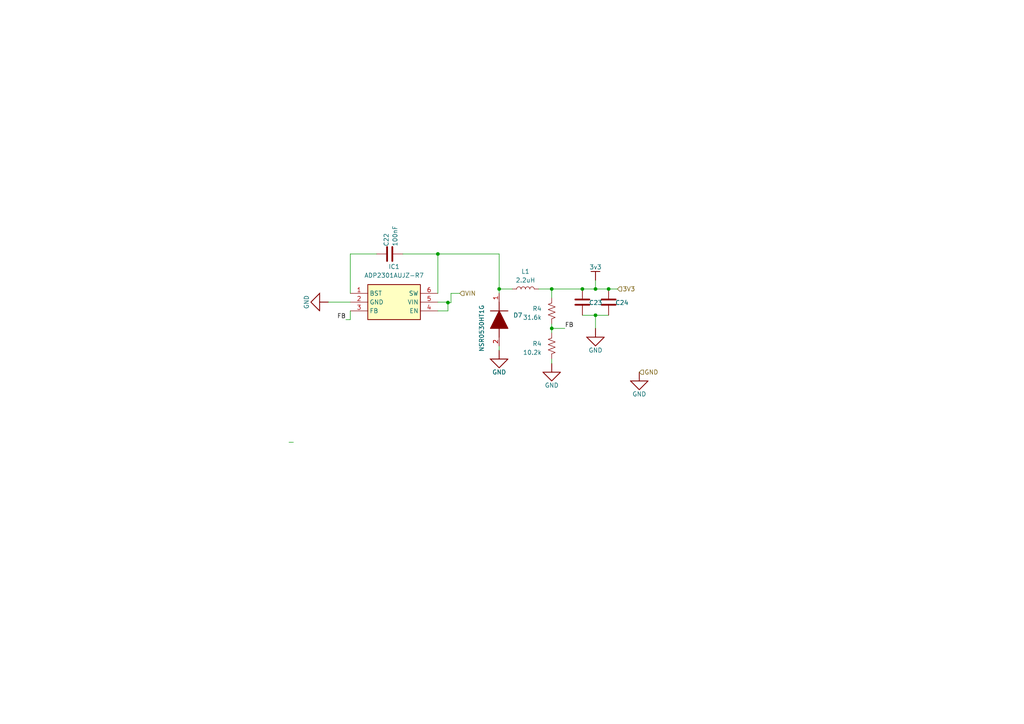
<source format=kicad_sch>
(kicad_sch (version 20230121) (generator eeschema)
  (paper "A4")
  (lib_symbols
    (symbol "HAND_PCB_V11-altium-import:3v3" (power)
      (property "Reference" "#PWR" (at 0 0 0))
      (property "Value" "3v3" (at 0 3.81 0))
      (symbol "3v3_0_0"
        (polyline (pts (xy -1.27 -2.54) (xy 1.27 -2.54)) (stroke (width 0.254)))
        (polyline (pts (xy 0 0) (xy 0 -2.54)) (stroke (width 0.254)))
        (pin power_in line (at 0 0 0) (length 0) hide (name "3v3") (number ""))
      )
    )
    (symbol "HAND_PCB_V11-altium-import:GND" (power)
      (property "Reference" "#PWR" (at 0 0 0))
      (property "Value" "GND" (at 0 6.35 0))
      (symbol "GND_0_0"
        (polyline (pts (xy 0 0) (xy 0 -2.54)) (stroke (width 0.254)))
        (polyline (pts (xy -2.54 -2.54) (xy 2.54 -2.54) (xy 0 -5.08) (xy -2.54 -2.54)) (stroke (width 0.254)))
        (pin power_in line (at 0 0 0) (length 0) hide (name "GND") (number ""))
      )
    )
    (symbol "SamacSys_Parts:NSR0530HT1G" (pin_names hide)
      (property "Reference" "D" (at 11.43 5.08 0))
      (property "Value" "NSR0530HT1G" (at 11.43 2.54 0))
      (symbol "NSR0530HT1G_1_1"
        (polyline (pts (xy 2.54 0) (xy 5.08 0)) (stroke (width 0.254)))
        (polyline (pts (xy 5.08 2.54) (xy 5.08 -2.54)) (stroke (width 0.254)))
        (polyline (pts (xy 10.16 0) (xy 12.7 0)) (stroke (width 0.254)))
        (polyline (pts (xy 5.08 0) (xy 10.16 2.54) (xy 10.16 -2.54) (xy 5.08 0)) (stroke (width 0.254)) (fill (type outline)))
        (pin passive line (at 0 0 0) (length 2.54) (name "K") (number "1"))
        (pin passive line (at 15.24 0 180) (length 2.54) (name "A") (number "2"))
      )
    )
    (symbol "robot-cortex:ADP2301AUJZ-R7"
      (property "Reference" "IC" (at 21.59 7.62 0))
      (property "Value" "ADP2301AUJZ-R7" (at 21.59 5.08 0))
      (symbol "ADP2301AUJZ-R7_1_1"
        (rectangle (start 5.08 2.54) (end 20.32 -7.62) (stroke (width 0.254)) (fill (type background)))
        (pin passive line (at 0 0 0) (length 5.08) (name "BST") (number "1"))
        (pin power_in line (at 0 -2.54 0) (length 5.08) (name "GND") (number "2"))
        (pin passive line (at 0 -5.08 0) (length 5.08) (name "FB") (number "3"))
        (pin passive line (at 25.4 -5.08 180) (length 5.08) (name "EN") (number "4"))
        (pin input line (at 25.4 -2.54 180) (length 5.08) (name "VIN") (number "5"))
        (pin passive line (at 25.4 0 180) (length 5.08) (name "SW") (number "6"))
      )
    )
    (symbol "robot-cortex:Capacitor" (pin_numbers hide) (pin_names (offset 0.254))
      (property "Reference" "C" (at 0.635 2.54 0))
      (property "Value" "Capacitor" (at 0.635 -2.54 0))
      (symbol "Capacitor_0_1"
        (polyline (pts (xy -2.032 -0.762) (xy 2.032 -0.762)) (stroke (width 0.508)))
        (polyline (pts (xy -2.032 0.762) (xy 2.032 0.762)) (stroke (width 0.508)))
      )
      (symbol "Capacitor_1_1"
        (pin passive line (at 0 3.81 270) (length 2.794) (name "~") (number "1"))
        (pin passive line (at 0 -3.81 90) (length 2.794) (name "~") (number "2"))
      )
    )
    (symbol "robot-cortex:L" (pin_numbers hide) (pin_names (offset 1.016) hide)
      (property "Reference" "L" (at -1.27 0 90))
      (property "Value" "L" (at 1.905 0 90))
      (symbol "L_0_1"
        (arc (start 0 -2.54) (mid 0.6323 -1.905) (end 0 -1.27))
        (arc (start 0 -1.27) (mid 0.6323 -0.635) (end 0 0))
        (arc (start 0 0) (mid 0.6323 0.635) (end 0 1.27))
        (arc (start 0 1.27) (mid 0.6323 1.905) (end 0 2.54))
      )
      (symbol "L_1_1"
        (pin passive line (at 0 3.81 270) (length 1.27) (name "1") (number "1"))
        (pin passive line (at 0 -3.81 90) (length 1.27) (name "2") (number "2"))
      )
    )
    (symbol "robot-cortex:Resistor" (pin_numbers hide) (pin_names (offset 0))
      (property "Reference" "R" (at 2.54 0 90))
      (symbol "Resistor_0_1"
        (polyline (pts (xy 0 -2.286) (xy 0 -2.54)))
        (polyline (pts (xy 0 2.286) (xy 0 2.54)))
        (polyline (pts (xy 0 -0.762) (xy 1.016 -1.143) (xy 0 -1.524) (xy -1.016 -1.905) (xy 0 -2.286)))
        (polyline (pts (xy 0 0.762) (xy 1.016 0.381) (xy 0 0) (xy -1.016 -0.381) (xy 0 -0.762)))
        (polyline (pts (xy 0 2.286) (xy 1.016 1.905) (xy 0 1.524) (xy -1.016 1.143) (xy 0 0.762)))
      )
      (symbol "Resistor_1_1"
        (pin passive line (at 0 3.81 270) (length 1.27) (name "~") (number "1"))
        (pin passive line (at 0 -3.81 90) (length 1.27) (name "~") (number "2"))
      )
    )
  )
  (junction (at 127 73.66))
  (junction (at 160.02 83.82))
  (junction (at 172.72 83.82))
  (junction (at 172.72 91.44))
  (junction (at 176.53 83.82))
  (junction (at 160.02 95.25))
  (junction (at 129.921 87.757))
  (junction (at 144.78 83.82))
  (junction (at 168.91 83.82))
  (wire (pts (xy 168.91 91.44) (xy 172.72 91.44)))
  (wire (pts (xy 101.6 92.71) (xy 101.6 90.17)))
  (wire (pts (xy 160.02 93.98) (xy 160.02 95.25)))
  (wire (pts (xy 172.72 81.28) (xy 172.72 83.82)))
  (wire (pts (xy 101.6 73.66) (xy 101.6 85.09)))
  (wire (pts (xy 144.78 83.82) (xy 144.78 85.09)))
  (wire (pts (xy 160.02 83.82) (xy 168.91 83.82)))
  (wire (pts (xy 160.02 95.25) (xy 163.83 95.25)))
  (wire (pts (xy 116.84 73.66) (xy 127 73.66)))
  (wire (pts (xy 168.91 83.82) (xy 172.72 83.82)))
  (wire (pts (xy 129.921 87.63) (xy 129.921 87.757)))
  (wire (pts (xy 130.81 87.757) (xy 129.921 87.757)))
  (wire (pts (xy 83.82 128.27) (xy 85.09 128.27)))
  (wire (pts (xy 144.78 73.66) (xy 144.78 83.82)))
  (wire (pts (xy 144.78 83.82) (xy 148.59 83.82)))
  (wire (pts (xy 160.02 83.82) (xy 160.02 86.36)))
  (wire (pts (xy 133.35 85.09) (xy 130.81 85.09)))
  (wire (pts (xy 144.78 100.33) (xy 144.78 101.6)))
  (wire (pts (xy 172.72 83.82) (xy 176.53 83.82)))
  (wire (pts (xy 160.02 96.52) (xy 160.02 95.25)))
  (wire (pts (xy 160.02 105.41) (xy 160.02 104.14)))
  (wire (pts (xy 127 90.17) (xy 129.921 90.17)))
  (wire (pts (xy 100.33 92.71) (xy 101.6 92.71)))
  (wire (pts (xy 127 87.63) (xy 129.921 87.63)))
  (wire (pts (xy 95.25 87.63) (xy 101.6 87.63)))
  (wire (pts (xy 109.22 73.66) (xy 101.6 73.66)))
  (wire (pts (xy 172.72 91.44) (xy 176.53 91.44)))
  (wire (pts (xy 130.81 85.09) (xy 130.81 87.757)))
  (wire (pts (xy 172.72 91.44) (xy 172.72 95.25)))
  (wire (pts (xy 176.53 83.82) (xy 179.07 83.82)))
  (wire (pts (xy 127 73.66) (xy 144.78 73.66)))
  (wire (pts (xy 127 73.66) (xy 127 85.09)))
  (wire (pts (xy 156.21 83.82) (xy 160.02 83.82)))
  (wire (pts (xy 129.921 90.17) (xy 129.921 87.757)))
  (label "FB" (at 100.33 92.71 180))
  (label "FB" (at 163.83 95.25 0))
  (hierarchical_label "VIN" (shape input) (at 133.35 85.09 0))
  (hierarchical_label "3V3" (shape input) (at 179.07 83.82 0))
  (hierarchical_label "GND" (shape input) (at 185.42 107.95 0))
  (symbol (lib_id "robot-cortex:Resistor") (at 160.02 100.33 0) (mirror x) (unit 1)
    (property "Reference" "R4" (at 157.1316 99.695 0) (effects (justify right)))
    (property "Value" "10.2k" (at 157.1316 102.235 0) (effects (justify right)))
    (property "Footprint" "robot-cortex:R_0402_1005Metric" (effects hide))
    (instances (project "robot-cortex" (path "" (reference "R4") (unit 1)) (path "" (reference "R11") (unit 1))))
  )
  (symbol (lib_id "robot-cortex:Resistor") (at 160.02 90.17 0) (mirror x) (unit 1)
    (property "Reference" "R4" (at 157.1316 89.535 0) (effects (justify right)))
    (property "Value" "31.6k" (at 157.1316 92.075 0) (effects (justify right)))
    (property "Footprint" "robot-cortex:R_0402_1005Metric" (effects hide))
    (instances (project "robot-cortex" (path "" (reference "R4") (unit 1)) (path "" (reference "R10") (unit 1))))
  )
  (symbol (lib_id "HAND_PCB_V11-altium-import:GND") (at 144.78 101.6 0) (unit 1)
    (property "Reference" "#PWR044" (effects hide))
    (property "Value" "GND" (at 144.78 107.95 0))
    (instances (project "robot-cortex" (path "" (reference "#PWR044") (unit 1))) (project "HAND_PCB_V11" (path "" (reference "#PWR02") (unit 1))))
  )
  (symbol (lib_id "SamacSys_Parts:NSR0530HT1G") (at 144.78 85.09 270) (unit 1)
    (property "Reference" "D7" (at 148.844 91.44 90) (effects (justify left)))
    (property "Value" "NSR0530HT1G" (at 139.7 88.392 0) (effects (justify left)))
    (property "Footprint" "robot-cortex:SOD2512X110N" (effects hide))
    (property "Datasheet" "https://eagle.componentsearchengine.com/Datasheets/5/NSR0530HT1G.pdf" (effects hide))
    (property "Height" "1.1" (effects hide))
    (property "Manufacturer_Name" "onsemi" (effects hide))
    (property "Manufacturer_Part_Number" "NSR0530HT1G" (effects hide))
    (property "Mouser Part Number" "863-NSR0530HT1G" (effects hide))
    (property "Mouser Price/Stock" "https://www.mouser.co.uk/ProductDetail/onsemi/NSR0530HT1G?qs=raqtESnDWsD7hIBo7i2utQ%3D%3D" (effects hide))
    (property "Arrow Part Number" "NSR0530HT1G" (effects hide))
    (property "Arrow Price/Stock" "https://www.arrow.com/en/products/nsr0530ht1g/on-semiconductor?region=nac" (effects hide))
    (instances (project "robot-cortex" (path "" (reference "D7") (unit 1))) (project "HAND_PCB_V11" (path "" (reference "D14") (unit 1))))
  )
  (symbol (lib_id "HAND_PCB_V11-altium-import:GND") (at 185.42 107.95 0) (unit 1)
    (property "Reference" "#PWR048" (effects hide))
    (property "Value" "GND" (at 185.42 114.3 0))
    (instances (project "robot-cortex" (path "" (reference "#PWR048") (unit 1))) (project "HAND_PCB_V11" (path "" (reference "#PWR01") (unit 1))))
  )
  (symbol (lib_id "HAND_PCB_V11-altium-import:GND") (at 160.02 105.41 0) (unit 1)
    (property "Reference" "#PWR045" (effects hide))
    (property "Value" "GND" (at 160.02 111.76 0))
    (instances (project "robot-cortex" (path "" (reference "#PWR045") (unit 1))) (project "HAND_PCB_V11" (path "" (reference "#PWR01") (unit 1))))
  )
  (symbol (lib_id "robot-cortex:Capacitor") (at 113.03 73.66 90) (unit 1)
    (property "Reference" "C22" (at 112.776 71.501 0) (effects (justify left bottom)))
    (property "Value" "100nF" (at 115.316 71.501 0) (effects (justify left bottom)))
    (property "Footprint" "robot-cortex:C_0402_1005Metric" (effects hide))
    (property "SUPPLIER 1" "Digi-Key" (effects hide))
    (property "SUPPLIER PART NUMBER 1" "1276-1004-1-ND" (effects hide))
    (property "MANUFACTURER" "Samsung" (effects hide))
    (property "MOUNT" "Surface Mount" (effects hide))
    (property "CASE/PACKAGE" "0402" (effects hide))
    (property "CASE CODE (METRIC)" "1005" (effects hide))
    (property "CASE CODE (IMPERIAL)" "0402" (effects hide))
    (property "MIN OPERATING TEMPERATURE" "-30°C" (effects hide))
    (property "MAX OPERATING TEMPERATURE" "85°C" (effects hide))
    (property "TOLERANCE" "80%" (effects hide))
    (property "CAPACITANCE" "100nF" (effects hide))
    (property "DIELECTRIC" "Y5V" (effects hide))
    (property "VOLTAGE RATING" "16V" (effects hide))
    (property "PACKAGING" "Tape and Reel" (effects hide))
    (property "LENGTH" "1mm" (effects hide))
    (property "HEIGHT" "0.5mm" (effects hide))
    (property "WIDTH" "0.02inch" (effects hide))
    (property "THICKNESS" "0.022inch" (effects hide))
    (property "DEPTH" "0.5mm" (effects hide))
    (property "RADIATION HARDENING" "No" (effects hide))
    (property "COMPONENTLINK1URL" "https://datasheet.ciiva.com/16199/cl05f104zo5nnnc-16199056.pdf?src-supplier=Future+Electronics" (effects hide))
    (property "COMPONENTLINK1DESCRIPTION" "https://datasheet.ciiva.com/16199/cl05f104zo5nnnc-16199056.pdf?src-supplier=Future+Electronics" (effects hide))
    (property "COMPONENTLINK2URL" "https://datasheet.ciiva.com/15195/getdatasheetpartid-358403-15195703.pdf?src-supplier=Verical" (effects hide))
    (property "COMPONENTLINK2DESCRIPTION" "https://datasheet.ciiva.com/15195/getdatasheetpartid-358403-15195703.pdf?src-supplier=Verical" (effects hide))
    (property "COMPONENTLINK3URL" "https://datasheet.ciiva.com/29198/458504-da-01-en-vs-kondensator-0402-29198386.pdf?src-supplier=Conrad" (effects hide))
    (property "COMPONENTLINK3DESCRIPTION" "https://datasheet.ciiva.com/29198/458504-da-01-en-vs-kondensator-0402-29198386.pdf?src-supplier=Conrad" (effects hide))
    (property "MANUFACTURER PART NUMBER" "CL05F104ZO5NNNC" (effects hide))
    (property "ROHS" "Yes" (effects hide))
    (property "CATEGORY" "Ceramic Capacitors" (effects hide))
    (property "STOCK 1" "3327211" (effects hide))
    (property "PRICING 1" "1=0.10000, 10=0.01400, 50=0.00760, 100=0.00620, 500=0.00442, 1000=0.00348, 2500=0.00316, 5000=0.00291 (USD)" (effects hide))
    (property "CONTACT PLATING" "Tin" (effects hide))
    (property "MATERIAL" "Ceramic" (effects hide))
    (instances (project "robot-cortex" (path "" (reference "C22") (unit 1))) (project "HAND_PCB_V11" (path "" (reference "C57") (unit 1)) (path "" (reference "C7") (unit 1))))
  )
  (symbol (lib_id "robot-cortex:Capacitor") (at 168.91 87.63 0) (unit 1)
    (property "Reference" "C23" (at 170.815 88.519 0) (effects (justify left bottom)))
    (property "Value" "4.7uF" (effects hide))
    (property "Footprint" "robot-cortex:C_0603_1608Metric" (effects hide))
    (property "SUPPLIER 1" "Digi-Key" (effects hide))
    (property "SUPPLIER PART NUMBER 1" "1276-1784-2-ND" (effects hide))
    (property "MANUFACTURER" "Samsung" (effects hide))
    (property "MOUNT" "Surface Mount" (effects hide))
    (property "CASE/PACKAGE" "0603" (effects hide))
    (property "CASE CODE (METRIC)" "1608" (effects hide))
    (property "CASE CODE (IMPERIAL)" "0603" (effects hide))
    (property "MIN OPERATING TEMPERATURE" "-55°C" (effects hide))
    (property "MAX OPERATING TEMPERATURE" "85°C" (effects hide))
    (property "TOLERANCE" "10%" (effects hide))
    (property "CAPACITANCE" "4.7uF" (effects hide))
    (property "DIELECTRIC" "X5R" (effects hide))
    (property "VOLTAGE RATING" "16V" (effects hide))
    (property "PACKAGING" "Tape and Reel" (effects hide))
    (property "LENGTH" "1.6mm" (effects hide))
    (property "WIDTH" "0.031inch" (effects hide))
    (property "THICKNESS" "0.035inch" (effects hide))
    (property "DEPTH" "0.8mm" (effects hide))
    (property "COMPONENTLINK1URL" "https://datasheet.ciiva.com/25795/cl10a475ko8nnnc-25795890.pdf?src-supplier=Digi-Key" (effects hide))
    (property "COMPONENTLINK1DESCRIPTION" "https://datasheet.ciiva.com/25795/cl10a475ko8nnnc-25795890.pdf?src-supplier=Digi-Key" (effects hide))
    (property "PACKAGE QUANTITY" "1" (effects hide))
    (property "MANUFACTURER PART NUMBER" "CL10A475KO8NNNC" (effects hide))
    (property "ROHS" "Yes" (effects hide))
    (property "CATEGORY" "Ceramic Capacitors" (effects hide))
    (property "STOCK 1" "541886" (effects hide))
    (property "PRICING 1" "4000=0.02176, 8000=0.02024, 12000=0.01923, 28000=0.01822, 100000=0.01379 (USD)" (effects hide))
    (property "MATERIAL" "Ceramic" (effects hide))
    (property "CONTACT PLATING" "Tin" (effects hide))
    (property "VOLTAGE" "16V" (effects hide))
    (property "HEIGHT" "0.8mm" (effects hide))
    (property "RADIATION HARDENING" "No" (effects hide))
    (property "COMPONENTLINK2URL" "https://datasheet.ciiva.com/26838/getdatasheetpartid-358619-26838383.pdf?src-supplier=Verical" (effects hide))
    (property "COMPONENTLINK2DESCRIPTION" "https://datasheet.ciiva.com/26838/getdatasheetpartid-358619-26838383.pdf?src-supplier=Verical" (effects hide))
    (property "COMPONENTLINK3URL" "https://datasheet.ciiva.com/29198/457663-da-01-en-vs-kondensator-0603-29198671.pdf?src-supplier=Conrad" (effects hide))
    (property "COMPONENTLINK3DESCRIPTION" "https://datasheet.ciiva.com/29198/457663-da-01-en-vs-kondensator-0603-29198671.pdf?src-supplier=Conrad" (effects hide))
    (instances (project "robot-cortex" (path "" (reference "C23") (unit 1))) (project "HAND_PCB_V11" (path "" (reference "C55") (unit 1)) (path "" (reference "C8") (unit 1))))
  )
  (symbol (lib_id "HAND_PCB_V11-altium-import:3v3") (at 172.72 81.28 180) (unit 1)
    (property "Reference" "#PWR046" (effects hide))
    (property "Value" "3v3" (at 172.72 77.47 0))
    (instances (project "robot-cortex" (path "" (reference "#PWR046") (unit 1))) (project "HAND_PCB_V11" (path "" (reference "#PWR06") (unit 1))))
  )
  (symbol (lib_id "HAND_PCB_V11-altium-import:GND") (at 95.25 87.63 270) (unit 1)
    (property "Reference" "#PWR043" (effects hide))
    (property "Value" "GND" (at 88.9 87.63 0))
    (instances (project "robot-cortex" (path "" (reference "#PWR043") (unit 1))) (project "HAND_PCB_V11" (path "" (reference "#PWR05") (unit 1))))
  )
  (symbol (lib_id "HAND_PCB_V11-altium-import:GND") (at 172.72 95.25 0) (unit 1)
    (property "Reference" "#PWR047" (effects hide))
    (property "Value" "GND" (at 172.72 101.6 0))
    (instances (project "robot-cortex" (path "" (reference "#PWR047") (unit 1))) (project "HAND_PCB_V11" (path "" (reference "#PWR03") (unit 1))))
  )
  (symbol (lib_id "robot-cortex:ADP2301AUJZ-R7") (at 101.6 85.09 0) (unit 1)
    (property "Reference" "IC1" (at 114.3 77.343 0))
    (property "Value" "ADP2301AUJZ-R7" (at 114.3 79.883 0))
    (property "Footprint" "robot-cortex:SOT95P280X100-6N" (effects hide))
    (property "Datasheet" "https://datasheet.datasheetarchive.com/originals/distributors/Datasheets-SFU1/DSASFU10005240.pdf" (effects hide))
    (property "Height" "1" (effects hide))
    (property "Manufacturer_Name" "Analog Devices" (effects hide))
    (property "Manufacturer_Part_Number" "ADP2301AUJZ-R7" (effects hide))
    (property "Mouser Part Number" "584-ADP2301AUJZ-R7" (effects hide))
    (property "Mouser Price/Stock" "https://www.mouser.co.uk/ProductDetail/Analog-Devices/ADP2301AUJZ-R7?qs=WIvQP4zGangX%252BSN5bF8NUg%3D%3D" (effects hide))
    (property "Arrow Part Number" "ADP2301AUJZ-R7" (effects hide))
    (property "Arrow Price/Stock" "https://www.arrow.com/en/products/adp2301aujz-r7/analog-devices?region=nac" (effects hide))
    (instances (project "robot-cortex" (path "" (reference "IC1") (unit 1))) (project "HAND_PCB_V11" (path "" (reference "IC3") (unit 1))))
  )
  (symbol (lib_id "robot-cortex:Capacitor") (at 176.53 87.63 0) (unit 1)
    (property "Reference" "C24" (at 178.435 88.519 0) (effects (justify left bottom)))
    (property "Value" "4.7uF" (effects hide))
    (property "Footprint" "robot-cortex:C_0603_1608Metric" (effects hide))
    (property "SUPPLIER 1" "Digi-Key" (effects hide))
    (property "SUPPLIER PART NUMBER 1" "1276-1784-2-ND" (effects hide))
    (property "MANUFACTURER" "Samsung" (effects hide))
    (property "MOUNT" "Surface Mount" (effects hide))
    (property "CASE/PACKAGE" "0603" (effects hide))
    (property "CASE CODE (METRIC)" "1608" (effects hide))
    (property "CASE CODE (IMPERIAL)" "0603" (effects hide))
    (property "MIN OPERATING TEMPERATURE" "-55°C" (effects hide))
    (property "MAX OPERATING TEMPERATURE" "85°C" (effects hide))
    (property "TOLERANCE" "10%" (effects hide))
    (property "CAPACITANCE" "4.7uF" (effects hide))
    (property "DIELECTRIC" "X5R" (effects hide))
    (property "VOLTAGE RATING" "16V" (effects hide))
    (property "PACKAGING" "Tape and Reel" (effects hide))
    (property "LENGTH" "1.6mm" (effects hide))
    (property "WIDTH" "0.031inch" (effects hide))
    (property "THICKNESS" "0.035inch" (effects hide))
    (property "DEPTH" "0.8mm" (effects hide))
    (property "COMPONENTLINK1URL" "https://datasheet.ciiva.com/25795/cl10a475ko8nnnc-25795890.pdf?src-supplier=Digi-Key" (effects hide))
    (property "COMPONENTLINK1DESCRIPTION" "https://datasheet.ciiva.com/25795/cl10a475ko8nnnc-25795890.pdf?src-supplier=Digi-Key" (effects hide))
    (property "PACKAGE QUANTITY" "1" (effects hide))
    (property "MANUFACTURER PART NUMBER" "CL10A475KO8NNNC" (effects hide))
    (property "ROHS" "Yes" (effects hide))
    (property "CATEGORY" "Ceramic Capacitors" (effects hide))
    (property "STOCK 1" "541886" (effects hide))
    (property "PRICING 1" "4000=0.02176, 8000=0.02024, 12000=0.01923, 28000=0.01822, 100000=0.01379 (USD)" (effects hide))
    (property "MATERIAL" "Ceramic" (effects hide))
    (property "CONTACT PLATING" "Tin" (effects hide))
    (property "VOLTAGE" "16V" (effects hide))
    (property "HEIGHT" "0.8mm" (effects hide))
    (property "RADIATION HARDENING" "No" (effects hide))
    (property "COMPONENTLINK2URL" "https://datasheet.ciiva.com/26838/getdatasheetpartid-358619-26838383.pdf?src-supplier=Verical" (effects hide))
    (property "COMPONENTLINK2DESCRIPTION" "https://datasheet.ciiva.com/26838/getdatasheetpartid-358619-26838383.pdf?src-supplier=Verical" (effects hide))
    (property "COMPONENTLINK3URL" "https://datasheet.ciiva.com/29198/457663-da-01-en-vs-kondensator-0603-29198671.pdf?src-supplier=Conrad" (effects hide))
    (property "COMPONENTLINK3DESCRIPTION" "https://datasheet.ciiva.com/29198/457663-da-01-en-vs-kondensator-0603-29198671.pdf?src-supplier=Conrad" (effects hide))
    (instances (project "robot-cortex" (path "" (reference "C24") (unit 1))) (project "HAND_PCB_V11" (path "" (reference "C55") (unit 1)) (path "" (reference "C8") (unit 1))))
  )
  (symbol (lib_id "robot-cortex:L") (at 152.4 83.82 90) (unit 1)
    (property "Reference" "L1" (at 152.4 78.74 90))
    (property "Value" "2.2uH" (at 152.4 81.28 90))
    (property "Footprint" "Inductor_SMD:L_1210_3225Metric" (effects hide))
    (property "Model" "BRL3225T2R2M" (effects hide))
  )
)
</source>
